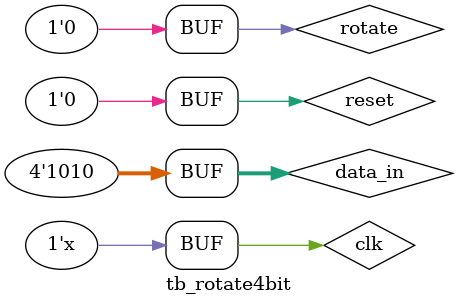
<source format=v>
module Rotate4bit (
    input wire [3:0] data_in,  
    input wire clk,            
    input wire reset,          
    input wire rotate,         
    output reg [3:0] data_out
);
always @(posedge clk or posedge reset) begin
    if (reset) begin
        data_out <= 4'b0000;   
    end else if (!rotate) begin
        data_out <= data_in;
    end else begin
        data_out <= {data_out[0], data_out[3:1]};
    end
end
endmodule

module tb_rotate4bit;

	reg [3:0] data_in;
	reg clk;
	reg reset;
	reg rotate;
	wire [3:0] data_out;

	Rotate4bit uut (
    		.data_in(data_in),
    		.clk(clk),
    		.reset(reset),
    		.rotate(rotate),
    		.data_out(data_out)
	);

initial begin
    clk = 0;
    reset = 1;
    rotate = 0;
    data_in = 4'b1101;
    
    #10 reset = 0;          
    #10 rotate = 1;         
    #10 rotate = 0;         
    #10 data_in = 4'b1010;   
    #10 rotate = 1;          
    #10 rotate = 0;          
    #50;               
end

always #5 clk = ~clk; 

endmodule

</source>
